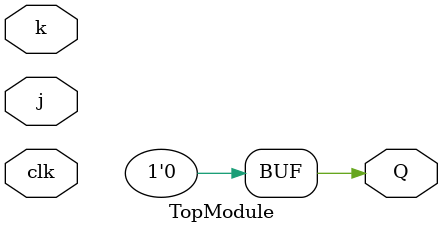
<source format=v>
module TopModule (
  input clk,
  input j,
  input k,
  output reg Q
);

  // Module body - leave empty or add minimal initialization
  initial begin
    Q = 0; // Example: Initialize Q to 0
  end

endmodule
</source>
